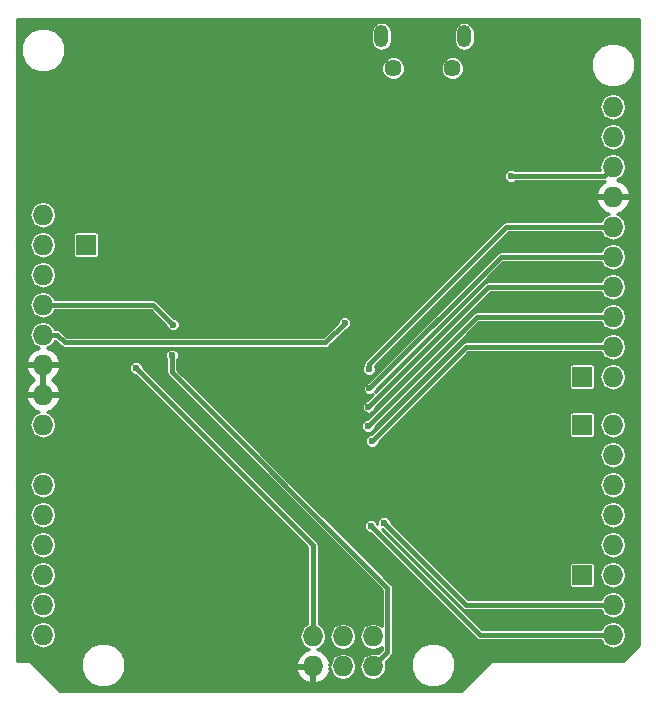
<source format=gbr>
G04 #@! TF.FileFunction,Copper,L2,Bot,Signal*
%FSLAX46Y46*%
G04 Gerber Fmt 4.6, Leading zero omitted, Abs format (unit mm)*
G04 Created by KiCad (PCBNEW 4.0.4-stable) date 07/06/18 23:02:20*
%MOMM*%
%LPD*%
G01*
G04 APERTURE LIST*
%ADD10C,0.100000*%
%ADD11C,1.450000*%
%ADD12O,1.200000X1.900000*%
%ADD13O,1.727200X1.727200*%
%ADD14R,1.700000X1.700000*%
%ADD15C,0.600000*%
%ADD16C,0.400000*%
%ADD17C,0.254000*%
G04 APERTURE END LIST*
D10*
D11*
X143020000Y-103150000D03*
X138020000Y-103150000D03*
D12*
X144020000Y-100450000D03*
X137020000Y-100450000D03*
D13*
X131220000Y-151237000D03*
X131220000Y-153777000D03*
X133760000Y-153777000D03*
X133760000Y-151237000D03*
X136300000Y-153777000D03*
X108360000Y-138410000D03*
X108360000Y-133330000D03*
X108360000Y-130790000D03*
X108360000Y-128250000D03*
X108360000Y-125710000D03*
X108360000Y-123170000D03*
X108360000Y-120630000D03*
X108360000Y-118090000D03*
X156620000Y-151110000D03*
X156620000Y-148570000D03*
X156620000Y-146030000D03*
X156620000Y-143490000D03*
X156620000Y-140950000D03*
X156620000Y-138410000D03*
X156620000Y-135870000D03*
X156620000Y-133330000D03*
X156620000Y-114026000D03*
X156620000Y-129266000D03*
X156620000Y-126726000D03*
X156620000Y-124186000D03*
X156620000Y-106406000D03*
X156620000Y-108946000D03*
X156620000Y-111486000D03*
X156620000Y-116566000D03*
X156620000Y-119106000D03*
X156620000Y-121646000D03*
X108360000Y-115550000D03*
X108360000Y-140950000D03*
X108360000Y-143490000D03*
X108360000Y-146030000D03*
X108360000Y-148570000D03*
X108360000Y-151110000D03*
X136300000Y-151237000D03*
D14*
X154000000Y-146050000D03*
X154000000Y-133330000D03*
X154000000Y-129260000D03*
X112000000Y-118090000D03*
D15*
X139728000Y-101864000D03*
X139466109Y-104786805D03*
X128745000Y-119675000D03*
X117870000Y-107350000D03*
X135920000Y-131800000D03*
X135995000Y-130250000D03*
X135945000Y-128625000D03*
X116255000Y-128525000D03*
X137245000Y-141625000D03*
X135870000Y-133425000D03*
X136120000Y-141900000D03*
X136195000Y-134700000D03*
X147970000Y-112250000D03*
X119270000Y-127450000D03*
X119370000Y-124850000D03*
X133895000Y-124725000D03*
D16*
X135920000Y-131800000D02*
X146074000Y-121646000D01*
X146074000Y-121646000D02*
X156620000Y-121646000D01*
X135995000Y-130250000D02*
X147139000Y-119106000D01*
X147139000Y-119106000D02*
X156620000Y-119106000D01*
X135945000Y-128625000D02*
X135945000Y-128200736D01*
X135945000Y-128200736D02*
X147579736Y-116566000D01*
X147579736Y-116566000D02*
X155398686Y-116566000D01*
X155398686Y-116566000D02*
X156620000Y-116566000D01*
X131220000Y-151237000D02*
X131220000Y-143490000D01*
X131220000Y-143490000D02*
X116255000Y-128525000D01*
X137245000Y-141625000D02*
X144190000Y-148570000D01*
X144190000Y-148570000D02*
X156620000Y-148570000D01*
X135870000Y-133425000D02*
X145109000Y-124186000D01*
X145109000Y-124186000D02*
X156620000Y-124186000D01*
X136120000Y-141900000D02*
X145330000Y-151110000D01*
X145330000Y-151110000D02*
X156620000Y-151110000D01*
X136195000Y-134700000D02*
X144169000Y-126726000D01*
X144169000Y-126726000D02*
X156620000Y-126726000D01*
X147970000Y-112250000D02*
X155856000Y-112250000D01*
X155856000Y-112250000D02*
X156620000Y-111486000D01*
X137513601Y-147118601D02*
X119270000Y-128875000D01*
X119270000Y-128875000D02*
X119270000Y-127450000D01*
X136300000Y-153777000D02*
X137513601Y-152563399D01*
X137513601Y-152563399D02*
X137513601Y-147118601D01*
X108360000Y-123170000D02*
X117690000Y-123170000D01*
X117690000Y-123170000D02*
X119370000Y-124850000D01*
X110221314Y-126350000D02*
X132270000Y-126350000D01*
X132270000Y-126350000D02*
X133895000Y-124725000D01*
X108360000Y-125710000D02*
X109581314Y-125710000D01*
X109581314Y-125710000D02*
X110221314Y-126350000D01*
D17*
G36*
X158808000Y-151980197D02*
X157490196Y-153298000D01*
X146460000Y-153298000D01*
X146325295Y-153324794D01*
X146211098Y-153401098D01*
X146211096Y-153401101D01*
X143774196Y-155838000D01*
X109775803Y-155838000D01*
X107959524Y-154021720D01*
X111562675Y-154021720D01*
X111847829Y-154711846D01*
X112375376Y-155240316D01*
X113065004Y-155526674D01*
X113811720Y-155527325D01*
X114501846Y-155242171D01*
X115030316Y-154714624D01*
X115270569Y-154136027D01*
X129765032Y-154136027D01*
X130013179Y-154665490D01*
X130445053Y-155059688D01*
X130860974Y-155231958D01*
X131093000Y-155110817D01*
X131093000Y-153904000D01*
X129885531Y-153904000D01*
X129765032Y-154136027D01*
X115270569Y-154136027D01*
X115316674Y-154024996D01*
X115317325Y-153278280D01*
X115032171Y-152588154D01*
X114504624Y-152059684D01*
X113814996Y-151773326D01*
X113068280Y-151772675D01*
X112378154Y-152057829D01*
X111849684Y-152585376D01*
X111563326Y-153275004D01*
X111562675Y-154021720D01*
X107959524Y-154021720D01*
X107338902Y-153401098D01*
X107224705Y-153324794D01*
X107090000Y-153297999D01*
X107089995Y-153298000D01*
X106172000Y-153298000D01*
X106172000Y-151087654D01*
X107219400Y-151087654D01*
X107219400Y-151132346D01*
X107306223Y-151568835D01*
X107553474Y-151938872D01*
X107923511Y-152186123D01*
X108360000Y-152272946D01*
X108796489Y-152186123D01*
X109166526Y-151938872D01*
X109413777Y-151568835D01*
X109500600Y-151132346D01*
X109500600Y-151087654D01*
X109413777Y-150651165D01*
X109166526Y-150281128D01*
X108796489Y-150033877D01*
X108360000Y-149947054D01*
X107923511Y-150033877D01*
X107553474Y-150281128D01*
X107306223Y-150651165D01*
X107219400Y-151087654D01*
X106172000Y-151087654D01*
X106172000Y-148547654D01*
X107219400Y-148547654D01*
X107219400Y-148592346D01*
X107306223Y-149028835D01*
X107553474Y-149398872D01*
X107923511Y-149646123D01*
X108360000Y-149732946D01*
X108796489Y-149646123D01*
X109166526Y-149398872D01*
X109413777Y-149028835D01*
X109500600Y-148592346D01*
X109500600Y-148547654D01*
X109413777Y-148111165D01*
X109166526Y-147741128D01*
X108796489Y-147493877D01*
X108360000Y-147407054D01*
X107923511Y-147493877D01*
X107553474Y-147741128D01*
X107306223Y-148111165D01*
X107219400Y-148547654D01*
X106172000Y-148547654D01*
X106172000Y-146007654D01*
X107219400Y-146007654D01*
X107219400Y-146052346D01*
X107306223Y-146488835D01*
X107553474Y-146858872D01*
X107923511Y-147106123D01*
X108360000Y-147192946D01*
X108796489Y-147106123D01*
X109166526Y-146858872D01*
X109413777Y-146488835D01*
X109500600Y-146052346D01*
X109500600Y-146007654D01*
X109413777Y-145571165D01*
X109166526Y-145201128D01*
X108796489Y-144953877D01*
X108360000Y-144867054D01*
X107923511Y-144953877D01*
X107553474Y-145201128D01*
X107306223Y-145571165D01*
X107219400Y-146007654D01*
X106172000Y-146007654D01*
X106172000Y-143467654D01*
X107219400Y-143467654D01*
X107219400Y-143512346D01*
X107306223Y-143948835D01*
X107553474Y-144318872D01*
X107923511Y-144566123D01*
X108360000Y-144652946D01*
X108796489Y-144566123D01*
X109166526Y-144318872D01*
X109413777Y-143948835D01*
X109500600Y-143512346D01*
X109500600Y-143467654D01*
X109413777Y-143031165D01*
X109166526Y-142661128D01*
X108796489Y-142413877D01*
X108360000Y-142327054D01*
X107923511Y-142413877D01*
X107553474Y-142661128D01*
X107306223Y-143031165D01*
X107219400Y-143467654D01*
X106172000Y-143467654D01*
X106172000Y-140927654D01*
X107219400Y-140927654D01*
X107219400Y-140972346D01*
X107306223Y-141408835D01*
X107553474Y-141778872D01*
X107923511Y-142026123D01*
X108360000Y-142112946D01*
X108796489Y-142026123D01*
X109166526Y-141778872D01*
X109413777Y-141408835D01*
X109500600Y-140972346D01*
X109500600Y-140927654D01*
X109413777Y-140491165D01*
X109166526Y-140121128D01*
X108796489Y-139873877D01*
X108360000Y-139787054D01*
X107923511Y-139873877D01*
X107553474Y-140121128D01*
X107306223Y-140491165D01*
X107219400Y-140927654D01*
X106172000Y-140927654D01*
X106172000Y-138387654D01*
X107219400Y-138387654D01*
X107219400Y-138432346D01*
X107306223Y-138868835D01*
X107553474Y-139238872D01*
X107923511Y-139486123D01*
X108360000Y-139572946D01*
X108796489Y-139486123D01*
X109166526Y-139238872D01*
X109413777Y-138868835D01*
X109500600Y-138432346D01*
X109500600Y-138387654D01*
X109413777Y-137951165D01*
X109166526Y-137581128D01*
X108796489Y-137333877D01*
X108360000Y-137247054D01*
X107923511Y-137333877D01*
X107553474Y-137581128D01*
X107306223Y-137951165D01*
X107219400Y-138387654D01*
X106172000Y-138387654D01*
X106172000Y-131149027D01*
X106905032Y-131149027D01*
X107153179Y-131678490D01*
X107585053Y-132072688D01*
X107990390Y-132240574D01*
X107923511Y-132253877D01*
X107553474Y-132501128D01*
X107306223Y-132871165D01*
X107219400Y-133307654D01*
X107219400Y-133352346D01*
X107306223Y-133788835D01*
X107553474Y-134158872D01*
X107923511Y-134406123D01*
X108360000Y-134492946D01*
X108796489Y-134406123D01*
X109166526Y-134158872D01*
X109413777Y-133788835D01*
X109500600Y-133352346D01*
X109500600Y-133307654D01*
X109413777Y-132871165D01*
X109166526Y-132501128D01*
X108796489Y-132253877D01*
X108729610Y-132240574D01*
X109134947Y-132072688D01*
X109566821Y-131678490D01*
X109814968Y-131149027D01*
X109694469Y-130917000D01*
X108487000Y-130917000D01*
X108487000Y-130937000D01*
X108233000Y-130937000D01*
X108233000Y-130917000D01*
X107025531Y-130917000D01*
X106905032Y-131149027D01*
X106172000Y-131149027D01*
X106172000Y-128609027D01*
X106905032Y-128609027D01*
X107153179Y-129138490D01*
X107571152Y-129520000D01*
X107153179Y-129901510D01*
X106905032Y-130430973D01*
X107025531Y-130663000D01*
X108233000Y-130663000D01*
X108233000Y-128377000D01*
X108487000Y-128377000D01*
X108487000Y-130663000D01*
X109694469Y-130663000D01*
X109814968Y-130430973D01*
X109566821Y-129901510D01*
X109148848Y-129520000D01*
X109566821Y-129138490D01*
X109800794Y-128639269D01*
X115677900Y-128639269D01*
X115765558Y-128851417D01*
X115927729Y-129013871D01*
X116139724Y-129101900D01*
X116157335Y-129101915D01*
X130743000Y-143687580D01*
X130743000Y-150187946D01*
X130413474Y-150408128D01*
X130166223Y-150778165D01*
X130079400Y-151214654D01*
X130079400Y-151259346D01*
X130166223Y-151695835D01*
X130413474Y-152065872D01*
X130783511Y-152313123D01*
X130850390Y-152326426D01*
X130445053Y-152494312D01*
X130013179Y-152888510D01*
X129765032Y-153417973D01*
X129885531Y-153650000D01*
X131093000Y-153650000D01*
X131093000Y-153630000D01*
X131347000Y-153630000D01*
X131347000Y-153650000D01*
X131367000Y-153650000D01*
X131367000Y-153904000D01*
X131347000Y-153904000D01*
X131347000Y-155110817D01*
X131579026Y-155231958D01*
X131994947Y-155059688D01*
X132426821Y-154665490D01*
X132674968Y-154136027D01*
X132554470Y-153904002D01*
X132640217Y-153904002D01*
X132706223Y-154235835D01*
X132953474Y-154605872D01*
X133323511Y-154853123D01*
X133760000Y-154939946D01*
X134196489Y-154853123D01*
X134566526Y-154605872D01*
X134813777Y-154235835D01*
X134900600Y-153799346D01*
X134900600Y-153754654D01*
X134813777Y-153318165D01*
X134566526Y-152948128D01*
X134196489Y-152700877D01*
X133760000Y-152614054D01*
X133323511Y-152700877D01*
X132953474Y-152948128D01*
X132706223Y-153318165D01*
X132640217Y-153649998D01*
X132554470Y-153649998D01*
X132674968Y-153417973D01*
X132426821Y-152888510D01*
X131994947Y-152494312D01*
X131589610Y-152326426D01*
X131656489Y-152313123D01*
X132026526Y-152065872D01*
X132273777Y-151695835D01*
X132360600Y-151259346D01*
X132360600Y-151214654D01*
X132619400Y-151214654D01*
X132619400Y-151259346D01*
X132706223Y-151695835D01*
X132953474Y-152065872D01*
X133323511Y-152313123D01*
X133760000Y-152399946D01*
X134196489Y-152313123D01*
X134566526Y-152065872D01*
X134813777Y-151695835D01*
X134900600Y-151259346D01*
X134900600Y-151214654D01*
X134813777Y-150778165D01*
X134566526Y-150408128D01*
X134196489Y-150160877D01*
X133760000Y-150074054D01*
X133323511Y-150160877D01*
X132953474Y-150408128D01*
X132706223Y-150778165D01*
X132619400Y-151214654D01*
X132360600Y-151214654D01*
X132273777Y-150778165D01*
X132026526Y-150408128D01*
X131697000Y-150187946D01*
X131697000Y-143490000D01*
X131660691Y-143307460D01*
X131557290Y-143152710D01*
X116832085Y-128427505D01*
X116832100Y-128410731D01*
X116744442Y-128198583D01*
X116582271Y-128036129D01*
X116370276Y-127948100D01*
X116140731Y-127947900D01*
X115928583Y-128035558D01*
X115766129Y-128197729D01*
X115678100Y-128409724D01*
X115677900Y-128639269D01*
X109800794Y-128639269D01*
X109814968Y-128609027D01*
X109694469Y-128377000D01*
X108487000Y-128377000D01*
X108233000Y-128377000D01*
X107025531Y-128377000D01*
X106905032Y-128609027D01*
X106172000Y-128609027D01*
X106172000Y-127890973D01*
X106905032Y-127890973D01*
X107025531Y-128123000D01*
X108233000Y-128123000D01*
X108233000Y-128103000D01*
X108487000Y-128103000D01*
X108487000Y-128123000D01*
X109694469Y-128123000D01*
X109814968Y-127890973D01*
X109661850Y-127564269D01*
X118692900Y-127564269D01*
X118780558Y-127776417D01*
X118793000Y-127788881D01*
X118793000Y-128875000D01*
X118829309Y-129057540D01*
X118932710Y-129212290D01*
X137036601Y-147316181D01*
X137036601Y-150361406D01*
X136736489Y-150160877D01*
X136300000Y-150074054D01*
X135863511Y-150160877D01*
X135493474Y-150408128D01*
X135246223Y-150778165D01*
X135159400Y-151214654D01*
X135159400Y-151259346D01*
X135246223Y-151695835D01*
X135493474Y-152065872D01*
X135863511Y-152313123D01*
X136300000Y-152399946D01*
X136736489Y-152313123D01*
X137036601Y-152112594D01*
X137036601Y-152365819D01*
X136707341Y-152695079D01*
X136300000Y-152614054D01*
X135863511Y-152700877D01*
X135493474Y-152948128D01*
X135246223Y-153318165D01*
X135159400Y-153754654D01*
X135159400Y-153799346D01*
X135246223Y-154235835D01*
X135493474Y-154605872D01*
X135863511Y-154853123D01*
X136300000Y-154939946D01*
X136736489Y-154853123D01*
X137106526Y-154605872D01*
X137353777Y-154235835D01*
X137396367Y-154021720D01*
X139502675Y-154021720D01*
X139787829Y-154711846D01*
X140315376Y-155240316D01*
X141005004Y-155526674D01*
X141751720Y-155527325D01*
X142441846Y-155242171D01*
X142970316Y-154714624D01*
X143256674Y-154024996D01*
X143257325Y-153278280D01*
X142972171Y-152588154D01*
X142444624Y-152059684D01*
X141754996Y-151773326D01*
X141008280Y-151772675D01*
X140318154Y-152057829D01*
X139789684Y-152585376D01*
X139503326Y-153275004D01*
X139502675Y-154021720D01*
X137396367Y-154021720D01*
X137440600Y-153799346D01*
X137440600Y-153754654D01*
X137366990Y-153384590D01*
X137850891Y-152900689D01*
X137954292Y-152745939D01*
X137990601Y-152563399D01*
X137990601Y-147118601D01*
X137954292Y-146936061D01*
X137850891Y-146781311D01*
X133083849Y-142014269D01*
X135542900Y-142014269D01*
X135630558Y-142226417D01*
X135792729Y-142388871D01*
X136004724Y-142476900D01*
X136022335Y-142476915D01*
X144992710Y-151447290D01*
X145147460Y-151550691D01*
X145330000Y-151587000D01*
X155578360Y-151587000D01*
X155813474Y-151938872D01*
X156183511Y-152186123D01*
X156620000Y-152272946D01*
X157056489Y-152186123D01*
X157426526Y-151938872D01*
X157673777Y-151568835D01*
X157760600Y-151132346D01*
X157760600Y-151087654D01*
X157673777Y-150651165D01*
X157426526Y-150281128D01*
X157056489Y-150033877D01*
X156620000Y-149947054D01*
X156183511Y-150033877D01*
X155813474Y-150281128D01*
X155578360Y-150633000D01*
X145527580Y-150633000D01*
X137072873Y-142178293D01*
X137129724Y-142201900D01*
X137147335Y-142201915D01*
X143852710Y-148907290D01*
X144007460Y-149010691D01*
X144190000Y-149047000D01*
X155578360Y-149047000D01*
X155813474Y-149398872D01*
X156183511Y-149646123D01*
X156620000Y-149732946D01*
X157056489Y-149646123D01*
X157426526Y-149398872D01*
X157673777Y-149028835D01*
X157760600Y-148592346D01*
X157760600Y-148547654D01*
X157673777Y-148111165D01*
X157426526Y-147741128D01*
X157056489Y-147493877D01*
X156620000Y-147407054D01*
X156183511Y-147493877D01*
X155813474Y-147741128D01*
X155578360Y-148093000D01*
X144387580Y-148093000D01*
X141494580Y-145200000D01*
X152867574Y-145200000D01*
X152867574Y-146900000D01*
X152886889Y-147002650D01*
X152947555Y-147096927D01*
X153040120Y-147160175D01*
X153150000Y-147182426D01*
X154850000Y-147182426D01*
X154952650Y-147163111D01*
X155046927Y-147102445D01*
X155110175Y-147009880D01*
X155132426Y-146900000D01*
X155132426Y-146007654D01*
X155479400Y-146007654D01*
X155479400Y-146052346D01*
X155566223Y-146488835D01*
X155813474Y-146858872D01*
X156183511Y-147106123D01*
X156620000Y-147192946D01*
X157056489Y-147106123D01*
X157426526Y-146858872D01*
X157673777Y-146488835D01*
X157760600Y-146052346D01*
X157760600Y-146007654D01*
X157673777Y-145571165D01*
X157426526Y-145201128D01*
X157056489Y-144953877D01*
X156620000Y-144867054D01*
X156183511Y-144953877D01*
X155813474Y-145201128D01*
X155566223Y-145571165D01*
X155479400Y-146007654D01*
X155132426Y-146007654D01*
X155132426Y-145200000D01*
X155113111Y-145097350D01*
X155052445Y-145003073D01*
X154959880Y-144939825D01*
X154850000Y-144917574D01*
X153150000Y-144917574D01*
X153047350Y-144936889D01*
X152953073Y-144997555D01*
X152889825Y-145090120D01*
X152867574Y-145200000D01*
X141494580Y-145200000D01*
X139762234Y-143467654D01*
X155479400Y-143467654D01*
X155479400Y-143512346D01*
X155566223Y-143948835D01*
X155813474Y-144318872D01*
X156183511Y-144566123D01*
X156620000Y-144652946D01*
X157056489Y-144566123D01*
X157426526Y-144318872D01*
X157673777Y-143948835D01*
X157760600Y-143512346D01*
X157760600Y-143467654D01*
X157673777Y-143031165D01*
X157426526Y-142661128D01*
X157056489Y-142413877D01*
X156620000Y-142327054D01*
X156183511Y-142413877D01*
X155813474Y-142661128D01*
X155566223Y-143031165D01*
X155479400Y-143467654D01*
X139762234Y-143467654D01*
X137822085Y-141527505D01*
X137822100Y-141510731D01*
X137734442Y-141298583D01*
X137572271Y-141136129D01*
X137360276Y-141048100D01*
X137130731Y-141047900D01*
X136918583Y-141135558D01*
X136756129Y-141297729D01*
X136668100Y-141509724D01*
X136667921Y-141715113D01*
X136609442Y-141573583D01*
X136447271Y-141411129D01*
X136235276Y-141323100D01*
X136005731Y-141322900D01*
X135793583Y-141410558D01*
X135631129Y-141572729D01*
X135543100Y-141784724D01*
X135542900Y-142014269D01*
X133083849Y-142014269D01*
X131997234Y-140927654D01*
X155479400Y-140927654D01*
X155479400Y-140972346D01*
X155566223Y-141408835D01*
X155813474Y-141778872D01*
X156183511Y-142026123D01*
X156620000Y-142112946D01*
X157056489Y-142026123D01*
X157426526Y-141778872D01*
X157673777Y-141408835D01*
X157760600Y-140972346D01*
X157760600Y-140927654D01*
X157673777Y-140491165D01*
X157426526Y-140121128D01*
X157056489Y-139873877D01*
X156620000Y-139787054D01*
X156183511Y-139873877D01*
X155813474Y-140121128D01*
X155566223Y-140491165D01*
X155479400Y-140927654D01*
X131997234Y-140927654D01*
X129457234Y-138387654D01*
X155479400Y-138387654D01*
X155479400Y-138432346D01*
X155566223Y-138868835D01*
X155813474Y-139238872D01*
X156183511Y-139486123D01*
X156620000Y-139572946D01*
X157056489Y-139486123D01*
X157426526Y-139238872D01*
X157673777Y-138868835D01*
X157760600Y-138432346D01*
X157760600Y-138387654D01*
X157673777Y-137951165D01*
X157426526Y-137581128D01*
X157056489Y-137333877D01*
X156620000Y-137247054D01*
X156183511Y-137333877D01*
X155813474Y-137581128D01*
X155566223Y-137951165D01*
X155479400Y-138387654D01*
X129457234Y-138387654D01*
X126917234Y-135847654D01*
X155479400Y-135847654D01*
X155479400Y-135892346D01*
X155566223Y-136328835D01*
X155813474Y-136698872D01*
X156183511Y-136946123D01*
X156620000Y-137032946D01*
X157056489Y-136946123D01*
X157426526Y-136698872D01*
X157673777Y-136328835D01*
X157760600Y-135892346D01*
X157760600Y-135847654D01*
X157673777Y-135411165D01*
X157426526Y-135041128D01*
X157056489Y-134793877D01*
X156620000Y-134707054D01*
X156183511Y-134793877D01*
X155813474Y-135041128D01*
X155566223Y-135411165D01*
X155479400Y-135847654D01*
X126917234Y-135847654D01*
X125883849Y-134814269D01*
X135617900Y-134814269D01*
X135705558Y-135026417D01*
X135867729Y-135188871D01*
X136079724Y-135276900D01*
X136309269Y-135277100D01*
X136521417Y-135189442D01*
X136683871Y-135027271D01*
X136771900Y-134815276D01*
X136771915Y-134797665D01*
X139089580Y-132480000D01*
X152867574Y-132480000D01*
X152867574Y-134180000D01*
X152886889Y-134282650D01*
X152947555Y-134376927D01*
X153040120Y-134440175D01*
X153150000Y-134462426D01*
X154850000Y-134462426D01*
X154952650Y-134443111D01*
X155046927Y-134382445D01*
X155110175Y-134289880D01*
X155132426Y-134180000D01*
X155132426Y-133307654D01*
X155479400Y-133307654D01*
X155479400Y-133352346D01*
X155566223Y-133788835D01*
X155813474Y-134158872D01*
X156183511Y-134406123D01*
X156620000Y-134492946D01*
X157056489Y-134406123D01*
X157426526Y-134158872D01*
X157673777Y-133788835D01*
X157760600Y-133352346D01*
X157760600Y-133307654D01*
X157673777Y-132871165D01*
X157426526Y-132501128D01*
X157056489Y-132253877D01*
X156620000Y-132167054D01*
X156183511Y-132253877D01*
X155813474Y-132501128D01*
X155566223Y-132871165D01*
X155479400Y-133307654D01*
X155132426Y-133307654D01*
X155132426Y-132480000D01*
X155113111Y-132377350D01*
X155052445Y-132283073D01*
X154959880Y-132219825D01*
X154850000Y-132197574D01*
X153150000Y-132197574D01*
X153047350Y-132216889D01*
X152953073Y-132277555D01*
X152889825Y-132370120D01*
X152867574Y-132480000D01*
X139089580Y-132480000D01*
X143159580Y-128410000D01*
X152867574Y-128410000D01*
X152867574Y-130110000D01*
X152886889Y-130212650D01*
X152947555Y-130306927D01*
X153040120Y-130370175D01*
X153150000Y-130392426D01*
X154850000Y-130392426D01*
X154952650Y-130373111D01*
X155046927Y-130312445D01*
X155110175Y-130219880D01*
X155132426Y-130110000D01*
X155132426Y-129243654D01*
X155479400Y-129243654D01*
X155479400Y-129288346D01*
X155566223Y-129724835D01*
X155813474Y-130094872D01*
X156183511Y-130342123D01*
X156620000Y-130428946D01*
X157056489Y-130342123D01*
X157426526Y-130094872D01*
X157673777Y-129724835D01*
X157760600Y-129288346D01*
X157760600Y-129243654D01*
X157673777Y-128807165D01*
X157426526Y-128437128D01*
X157056489Y-128189877D01*
X156620000Y-128103054D01*
X156183511Y-128189877D01*
X155813474Y-128437128D01*
X155566223Y-128807165D01*
X155479400Y-129243654D01*
X155132426Y-129243654D01*
X155132426Y-128410000D01*
X155113111Y-128307350D01*
X155052445Y-128213073D01*
X154959880Y-128149825D01*
X154850000Y-128127574D01*
X153150000Y-128127574D01*
X153047350Y-128146889D01*
X152953073Y-128207555D01*
X152889825Y-128300120D01*
X152867574Y-128410000D01*
X143159580Y-128410000D01*
X144366580Y-127203000D01*
X155578360Y-127203000D01*
X155813474Y-127554872D01*
X156183511Y-127802123D01*
X156620000Y-127888946D01*
X157056489Y-127802123D01*
X157426526Y-127554872D01*
X157673777Y-127184835D01*
X157760600Y-126748346D01*
X157760600Y-126703654D01*
X157673777Y-126267165D01*
X157426526Y-125897128D01*
X157056489Y-125649877D01*
X156620000Y-125563054D01*
X156183511Y-125649877D01*
X155813474Y-125897128D01*
X155578360Y-126249000D01*
X144169000Y-126249000D01*
X143986460Y-126285309D01*
X143831710Y-126388710D01*
X136097505Y-134122915D01*
X136080731Y-134122900D01*
X135868583Y-134210558D01*
X135706129Y-134372729D01*
X135618100Y-134584724D01*
X135617900Y-134814269D01*
X125883849Y-134814269D01*
X124608849Y-133539269D01*
X135292900Y-133539269D01*
X135380558Y-133751417D01*
X135542729Y-133913871D01*
X135754724Y-134001900D01*
X135984269Y-134002100D01*
X136196417Y-133914442D01*
X136358871Y-133752271D01*
X136446900Y-133540276D01*
X136446915Y-133522665D01*
X145306580Y-124663000D01*
X155578360Y-124663000D01*
X155813474Y-125014872D01*
X156183511Y-125262123D01*
X156620000Y-125348946D01*
X157056489Y-125262123D01*
X157426526Y-125014872D01*
X157673777Y-124644835D01*
X157760600Y-124208346D01*
X157760600Y-124163654D01*
X157673777Y-123727165D01*
X157426526Y-123357128D01*
X157056489Y-123109877D01*
X156620000Y-123023054D01*
X156183511Y-123109877D01*
X155813474Y-123357128D01*
X155578360Y-123709000D01*
X145109000Y-123709000D01*
X144926460Y-123745309D01*
X144771710Y-123848710D01*
X135772505Y-132847915D01*
X135755731Y-132847900D01*
X135543583Y-132935558D01*
X135381129Y-133097729D01*
X135293100Y-133309724D01*
X135292900Y-133539269D01*
X124608849Y-133539269D01*
X122983849Y-131914269D01*
X135342900Y-131914269D01*
X135430558Y-132126417D01*
X135592729Y-132288871D01*
X135804724Y-132376900D01*
X136034269Y-132377100D01*
X136246417Y-132289442D01*
X136408871Y-132127271D01*
X136496900Y-131915276D01*
X136496915Y-131897665D01*
X146271580Y-122123000D01*
X155578360Y-122123000D01*
X155813474Y-122474872D01*
X156183511Y-122722123D01*
X156620000Y-122808946D01*
X157056489Y-122722123D01*
X157426526Y-122474872D01*
X157673777Y-122104835D01*
X157760600Y-121668346D01*
X157760600Y-121623654D01*
X157673777Y-121187165D01*
X157426526Y-120817128D01*
X157056489Y-120569877D01*
X156620000Y-120483054D01*
X156183511Y-120569877D01*
X155813474Y-120817128D01*
X155578360Y-121169000D01*
X146074000Y-121169000D01*
X145891460Y-121205309D01*
X145736710Y-121308710D01*
X136495035Y-130550385D01*
X136571900Y-130365276D01*
X136571915Y-130347665D01*
X147336580Y-119583000D01*
X155578360Y-119583000D01*
X155813474Y-119934872D01*
X156183511Y-120182123D01*
X156620000Y-120268946D01*
X157056489Y-120182123D01*
X157426526Y-119934872D01*
X157673777Y-119564835D01*
X157760600Y-119128346D01*
X157760600Y-119083654D01*
X157673777Y-118647165D01*
X157426526Y-118277128D01*
X157056489Y-118029877D01*
X156620000Y-117943054D01*
X156183511Y-118029877D01*
X155813474Y-118277128D01*
X155578360Y-118629000D01*
X147139000Y-118629000D01*
X146956460Y-118665309D01*
X146801710Y-118768710D01*
X135897505Y-129672915D01*
X135880731Y-129672900D01*
X135668583Y-129760558D01*
X135506129Y-129922729D01*
X135418100Y-130134724D01*
X135417900Y-130364269D01*
X135505558Y-130576417D01*
X135667729Y-130738871D01*
X135879724Y-130826900D01*
X136109269Y-130827100D01*
X136295107Y-130750313D01*
X135822505Y-131222915D01*
X135805731Y-131222900D01*
X135593583Y-131310558D01*
X135431129Y-131472729D01*
X135343100Y-131684724D01*
X135342900Y-131914269D01*
X122983849Y-131914269D01*
X119808849Y-128739269D01*
X135367900Y-128739269D01*
X135455558Y-128951417D01*
X135617729Y-129113871D01*
X135829724Y-129201900D01*
X136059269Y-129202100D01*
X136271417Y-129114442D01*
X136433871Y-128952271D01*
X136521900Y-128740276D01*
X136522100Y-128510731D01*
X136459964Y-128360352D01*
X147777316Y-117043000D01*
X155578360Y-117043000D01*
X155813474Y-117394872D01*
X156183511Y-117642123D01*
X156620000Y-117728946D01*
X157056489Y-117642123D01*
X157426526Y-117394872D01*
X157673777Y-117024835D01*
X157760600Y-116588346D01*
X157760600Y-116543654D01*
X157673777Y-116107165D01*
X157426526Y-115737128D01*
X157056489Y-115489877D01*
X156989610Y-115476574D01*
X157394947Y-115308688D01*
X157826821Y-114914490D01*
X158074968Y-114385027D01*
X157954469Y-114153000D01*
X156747000Y-114153000D01*
X156747000Y-114173000D01*
X156493000Y-114173000D01*
X156493000Y-114153000D01*
X155285531Y-114153000D01*
X155165032Y-114385027D01*
X155413179Y-114914490D01*
X155845053Y-115308688D01*
X156250390Y-115476574D01*
X156183511Y-115489877D01*
X155813474Y-115737128D01*
X155578360Y-116089000D01*
X147579736Y-116089000D01*
X147397195Y-116125309D01*
X147242446Y-116228710D01*
X135607710Y-127863446D01*
X135504309Y-128018196D01*
X135468000Y-128200736D01*
X135468000Y-128285879D01*
X135456129Y-128297729D01*
X135368100Y-128509724D01*
X135367900Y-128739269D01*
X119808849Y-128739269D01*
X119747000Y-128677420D01*
X119747000Y-127789121D01*
X119758871Y-127777271D01*
X119846900Y-127565276D01*
X119847100Y-127335731D01*
X119759442Y-127123583D01*
X119597271Y-126961129D01*
X119385276Y-126873100D01*
X119155731Y-126872900D01*
X118943583Y-126960558D01*
X118781129Y-127122729D01*
X118693100Y-127334724D01*
X118692900Y-127564269D01*
X109661850Y-127564269D01*
X109566821Y-127361510D01*
X109134947Y-126967312D01*
X108729610Y-126799426D01*
X108796489Y-126786123D01*
X109166526Y-126538872D01*
X109394468Y-126197734D01*
X109884024Y-126687290D01*
X110038774Y-126790691D01*
X110221314Y-126827000D01*
X132270000Y-126827000D01*
X132452540Y-126790691D01*
X132607290Y-126687290D01*
X133992495Y-125302085D01*
X134009269Y-125302100D01*
X134221417Y-125214442D01*
X134383871Y-125052271D01*
X134471900Y-124840276D01*
X134472100Y-124610731D01*
X134384442Y-124398583D01*
X134222271Y-124236129D01*
X134010276Y-124148100D01*
X133780731Y-124147900D01*
X133568583Y-124235558D01*
X133406129Y-124397729D01*
X133318100Y-124609724D01*
X133318085Y-124627335D01*
X132072420Y-125873000D01*
X110418894Y-125873000D01*
X109918604Y-125372710D01*
X109763854Y-125269309D01*
X109581314Y-125233000D01*
X109401640Y-125233000D01*
X109166526Y-124881128D01*
X108796489Y-124633877D01*
X108360000Y-124547054D01*
X107923511Y-124633877D01*
X107553474Y-124881128D01*
X107306223Y-125251165D01*
X107219400Y-125687654D01*
X107219400Y-125732346D01*
X107306223Y-126168835D01*
X107553474Y-126538872D01*
X107923511Y-126786123D01*
X107990390Y-126799426D01*
X107585053Y-126967312D01*
X107153179Y-127361510D01*
X106905032Y-127890973D01*
X106172000Y-127890973D01*
X106172000Y-123147654D01*
X107219400Y-123147654D01*
X107219400Y-123192346D01*
X107306223Y-123628835D01*
X107553474Y-123998872D01*
X107923511Y-124246123D01*
X108360000Y-124332946D01*
X108796489Y-124246123D01*
X109166526Y-123998872D01*
X109401640Y-123647000D01*
X117492420Y-123647000D01*
X118792915Y-124947495D01*
X118792900Y-124964269D01*
X118880558Y-125176417D01*
X119042729Y-125338871D01*
X119254724Y-125426900D01*
X119484269Y-125427100D01*
X119696417Y-125339442D01*
X119858871Y-125177271D01*
X119946900Y-124965276D01*
X119947100Y-124735731D01*
X119859442Y-124523583D01*
X119697271Y-124361129D01*
X119485276Y-124273100D01*
X119467665Y-124273085D01*
X118027290Y-122832710D01*
X117872540Y-122729309D01*
X117690000Y-122693000D01*
X109401640Y-122693000D01*
X109166526Y-122341128D01*
X108796489Y-122093877D01*
X108360000Y-122007054D01*
X107923511Y-122093877D01*
X107553474Y-122341128D01*
X107306223Y-122711165D01*
X107219400Y-123147654D01*
X106172000Y-123147654D01*
X106172000Y-120607654D01*
X107219400Y-120607654D01*
X107219400Y-120652346D01*
X107306223Y-121088835D01*
X107553474Y-121458872D01*
X107923511Y-121706123D01*
X108360000Y-121792946D01*
X108796489Y-121706123D01*
X109166526Y-121458872D01*
X109413777Y-121088835D01*
X109500600Y-120652346D01*
X109500600Y-120607654D01*
X109413777Y-120171165D01*
X109166526Y-119801128D01*
X108796489Y-119553877D01*
X108360000Y-119467054D01*
X107923511Y-119553877D01*
X107553474Y-119801128D01*
X107306223Y-120171165D01*
X107219400Y-120607654D01*
X106172000Y-120607654D01*
X106172000Y-118067654D01*
X107219400Y-118067654D01*
X107219400Y-118112346D01*
X107306223Y-118548835D01*
X107553474Y-118918872D01*
X107923511Y-119166123D01*
X108360000Y-119252946D01*
X108796489Y-119166123D01*
X109166526Y-118918872D01*
X109413777Y-118548835D01*
X109500600Y-118112346D01*
X109500600Y-118067654D01*
X109413777Y-117631165D01*
X109166526Y-117261128D01*
X109134906Y-117240000D01*
X110867574Y-117240000D01*
X110867574Y-118940000D01*
X110886889Y-119042650D01*
X110947555Y-119136927D01*
X111040120Y-119200175D01*
X111150000Y-119222426D01*
X112850000Y-119222426D01*
X112952650Y-119203111D01*
X113046927Y-119142445D01*
X113110175Y-119049880D01*
X113132426Y-118940000D01*
X113132426Y-117240000D01*
X113113111Y-117137350D01*
X113052445Y-117043073D01*
X112959880Y-116979825D01*
X112850000Y-116957574D01*
X111150000Y-116957574D01*
X111047350Y-116976889D01*
X110953073Y-117037555D01*
X110889825Y-117130120D01*
X110867574Y-117240000D01*
X109134906Y-117240000D01*
X108796489Y-117013877D01*
X108360000Y-116927054D01*
X107923511Y-117013877D01*
X107553474Y-117261128D01*
X107306223Y-117631165D01*
X107219400Y-118067654D01*
X106172000Y-118067654D01*
X106172000Y-115527654D01*
X107219400Y-115527654D01*
X107219400Y-115572346D01*
X107306223Y-116008835D01*
X107553474Y-116378872D01*
X107923511Y-116626123D01*
X108360000Y-116712946D01*
X108796489Y-116626123D01*
X109166526Y-116378872D01*
X109413777Y-116008835D01*
X109500600Y-115572346D01*
X109500600Y-115527654D01*
X109413777Y-115091165D01*
X109166526Y-114721128D01*
X108796489Y-114473877D01*
X108360000Y-114387054D01*
X107923511Y-114473877D01*
X107553474Y-114721128D01*
X107306223Y-115091165D01*
X107219400Y-115527654D01*
X106172000Y-115527654D01*
X106172000Y-112364269D01*
X147392900Y-112364269D01*
X147480558Y-112576417D01*
X147642729Y-112738871D01*
X147854724Y-112826900D01*
X148084269Y-112827100D01*
X148296417Y-112739442D01*
X148308881Y-112727000D01*
X155856000Y-112727000D01*
X155910710Y-112716118D01*
X155845053Y-112743312D01*
X155413179Y-113137510D01*
X155165032Y-113666973D01*
X155285531Y-113899000D01*
X156493000Y-113899000D01*
X156493000Y-113879000D01*
X156747000Y-113879000D01*
X156747000Y-113899000D01*
X157954469Y-113899000D01*
X158074968Y-113666973D01*
X157826821Y-113137510D01*
X157394947Y-112743312D01*
X156989610Y-112575426D01*
X157056489Y-112562123D01*
X157426526Y-112314872D01*
X157673777Y-111944835D01*
X157760600Y-111508346D01*
X157760600Y-111463654D01*
X157673777Y-111027165D01*
X157426526Y-110657128D01*
X157056489Y-110409877D01*
X156620000Y-110323054D01*
X156183511Y-110409877D01*
X155813474Y-110657128D01*
X155566223Y-111027165D01*
X155479400Y-111463654D01*
X155479400Y-111508346D01*
X155532043Y-111773000D01*
X148309121Y-111773000D01*
X148297271Y-111761129D01*
X148085276Y-111673100D01*
X147855731Y-111672900D01*
X147643583Y-111760558D01*
X147481129Y-111922729D01*
X147393100Y-112134724D01*
X147392900Y-112364269D01*
X106172000Y-112364269D01*
X106172000Y-108923654D01*
X155479400Y-108923654D01*
X155479400Y-108968346D01*
X155566223Y-109404835D01*
X155813474Y-109774872D01*
X156183511Y-110022123D01*
X156620000Y-110108946D01*
X157056489Y-110022123D01*
X157426526Y-109774872D01*
X157673777Y-109404835D01*
X157760600Y-108968346D01*
X157760600Y-108923654D01*
X157673777Y-108487165D01*
X157426526Y-108117128D01*
X157056489Y-107869877D01*
X156620000Y-107783054D01*
X156183511Y-107869877D01*
X155813474Y-108117128D01*
X155566223Y-108487165D01*
X155479400Y-108923654D01*
X106172000Y-108923654D01*
X106172000Y-106383654D01*
X155479400Y-106383654D01*
X155479400Y-106428346D01*
X155566223Y-106864835D01*
X155813474Y-107234872D01*
X156183511Y-107482123D01*
X156620000Y-107568946D01*
X157056489Y-107482123D01*
X157426526Y-107234872D01*
X157673777Y-106864835D01*
X157760600Y-106428346D01*
X157760600Y-106383654D01*
X157673777Y-105947165D01*
X157426526Y-105577128D01*
X157056489Y-105329877D01*
X156620000Y-105243054D01*
X156183511Y-105329877D01*
X155813474Y-105577128D01*
X155566223Y-105947165D01*
X155479400Y-106383654D01*
X106172000Y-106383654D01*
X106172000Y-101951720D01*
X106482675Y-101951720D01*
X106767829Y-102641846D01*
X107295376Y-103170316D01*
X107985004Y-103456674D01*
X108731720Y-103457325D01*
X108995251Y-103348436D01*
X137017827Y-103348436D01*
X137170051Y-103716846D01*
X137451672Y-103998959D01*
X137819816Y-104151825D01*
X138218436Y-104152173D01*
X138586846Y-103999949D01*
X138868959Y-103718328D01*
X139021825Y-103350184D01*
X139021826Y-103348436D01*
X142017827Y-103348436D01*
X142170051Y-103716846D01*
X142451672Y-103998959D01*
X142819816Y-104151825D01*
X143218436Y-104152173D01*
X143586846Y-103999949D01*
X143868959Y-103718328D01*
X144021825Y-103350184D01*
X144021937Y-103221720D01*
X154742675Y-103221720D01*
X155027829Y-103911846D01*
X155555376Y-104440316D01*
X156245004Y-104726674D01*
X156991720Y-104727325D01*
X157681846Y-104442171D01*
X158210316Y-103914624D01*
X158496674Y-103224996D01*
X158497325Y-102478280D01*
X158212171Y-101788154D01*
X157684624Y-101259684D01*
X156994996Y-100973326D01*
X156248280Y-100972675D01*
X155558154Y-101257829D01*
X155029684Y-101785376D01*
X154743326Y-102475004D01*
X154742675Y-103221720D01*
X144021937Y-103221720D01*
X144022173Y-102951564D01*
X143869949Y-102583154D01*
X143588328Y-102301041D01*
X143220184Y-102148175D01*
X142821564Y-102147827D01*
X142453154Y-102300051D01*
X142171041Y-102581672D01*
X142018175Y-102949816D01*
X142017827Y-103348436D01*
X139021826Y-103348436D01*
X139022173Y-102951564D01*
X138869949Y-102583154D01*
X138588328Y-102301041D01*
X138220184Y-102148175D01*
X137821564Y-102147827D01*
X137453154Y-102300051D01*
X137171041Y-102581672D01*
X137018175Y-102949816D01*
X137017827Y-103348436D01*
X108995251Y-103348436D01*
X109421846Y-103172171D01*
X109950316Y-102644624D01*
X110236674Y-101954996D01*
X110237325Y-101208280D01*
X109952171Y-100518154D01*
X109510752Y-100075962D01*
X136143000Y-100075962D01*
X136143000Y-100824038D01*
X136209758Y-101159651D01*
X136399867Y-101444171D01*
X136684387Y-101634280D01*
X137020000Y-101701038D01*
X137355613Y-101634280D01*
X137640133Y-101444171D01*
X137830242Y-101159651D01*
X137897000Y-100824038D01*
X137897000Y-100075962D01*
X143143000Y-100075962D01*
X143143000Y-100824038D01*
X143209758Y-101159651D01*
X143399867Y-101444171D01*
X143684387Y-101634280D01*
X144020000Y-101701038D01*
X144355613Y-101634280D01*
X144640133Y-101444171D01*
X144830242Y-101159651D01*
X144897000Y-100824038D01*
X144897000Y-100075962D01*
X144830242Y-99740349D01*
X144640133Y-99455829D01*
X144355613Y-99265720D01*
X144020000Y-99198962D01*
X143684387Y-99265720D01*
X143399867Y-99455829D01*
X143209758Y-99740349D01*
X143143000Y-100075962D01*
X137897000Y-100075962D01*
X137830242Y-99740349D01*
X137640133Y-99455829D01*
X137355613Y-99265720D01*
X137020000Y-99198962D01*
X136684387Y-99265720D01*
X136399867Y-99455829D01*
X136209758Y-99740349D01*
X136143000Y-100075962D01*
X109510752Y-100075962D01*
X109424624Y-99989684D01*
X108734996Y-99703326D01*
X107988280Y-99702675D01*
X107298154Y-99987829D01*
X106769684Y-100515376D01*
X106483326Y-101205004D01*
X106482675Y-101951720D01*
X106172000Y-101951720D01*
X106172000Y-98934800D01*
X158808000Y-98934800D01*
X158808000Y-151980197D01*
X158808000Y-151980197D01*
G37*
X158808000Y-151980197D02*
X157490196Y-153298000D01*
X146460000Y-153298000D01*
X146325295Y-153324794D01*
X146211098Y-153401098D01*
X146211096Y-153401101D01*
X143774196Y-155838000D01*
X109775803Y-155838000D01*
X107959524Y-154021720D01*
X111562675Y-154021720D01*
X111847829Y-154711846D01*
X112375376Y-155240316D01*
X113065004Y-155526674D01*
X113811720Y-155527325D01*
X114501846Y-155242171D01*
X115030316Y-154714624D01*
X115270569Y-154136027D01*
X129765032Y-154136027D01*
X130013179Y-154665490D01*
X130445053Y-155059688D01*
X130860974Y-155231958D01*
X131093000Y-155110817D01*
X131093000Y-153904000D01*
X129885531Y-153904000D01*
X129765032Y-154136027D01*
X115270569Y-154136027D01*
X115316674Y-154024996D01*
X115317325Y-153278280D01*
X115032171Y-152588154D01*
X114504624Y-152059684D01*
X113814996Y-151773326D01*
X113068280Y-151772675D01*
X112378154Y-152057829D01*
X111849684Y-152585376D01*
X111563326Y-153275004D01*
X111562675Y-154021720D01*
X107959524Y-154021720D01*
X107338902Y-153401098D01*
X107224705Y-153324794D01*
X107090000Y-153297999D01*
X107089995Y-153298000D01*
X106172000Y-153298000D01*
X106172000Y-151087654D01*
X107219400Y-151087654D01*
X107219400Y-151132346D01*
X107306223Y-151568835D01*
X107553474Y-151938872D01*
X107923511Y-152186123D01*
X108360000Y-152272946D01*
X108796489Y-152186123D01*
X109166526Y-151938872D01*
X109413777Y-151568835D01*
X109500600Y-151132346D01*
X109500600Y-151087654D01*
X109413777Y-150651165D01*
X109166526Y-150281128D01*
X108796489Y-150033877D01*
X108360000Y-149947054D01*
X107923511Y-150033877D01*
X107553474Y-150281128D01*
X107306223Y-150651165D01*
X107219400Y-151087654D01*
X106172000Y-151087654D01*
X106172000Y-148547654D01*
X107219400Y-148547654D01*
X107219400Y-148592346D01*
X107306223Y-149028835D01*
X107553474Y-149398872D01*
X107923511Y-149646123D01*
X108360000Y-149732946D01*
X108796489Y-149646123D01*
X109166526Y-149398872D01*
X109413777Y-149028835D01*
X109500600Y-148592346D01*
X109500600Y-148547654D01*
X109413777Y-148111165D01*
X109166526Y-147741128D01*
X108796489Y-147493877D01*
X108360000Y-147407054D01*
X107923511Y-147493877D01*
X107553474Y-147741128D01*
X107306223Y-148111165D01*
X107219400Y-148547654D01*
X106172000Y-148547654D01*
X106172000Y-146007654D01*
X107219400Y-146007654D01*
X107219400Y-146052346D01*
X107306223Y-146488835D01*
X107553474Y-146858872D01*
X107923511Y-147106123D01*
X108360000Y-147192946D01*
X108796489Y-147106123D01*
X109166526Y-146858872D01*
X109413777Y-146488835D01*
X109500600Y-146052346D01*
X109500600Y-146007654D01*
X109413777Y-145571165D01*
X109166526Y-145201128D01*
X108796489Y-144953877D01*
X108360000Y-144867054D01*
X107923511Y-144953877D01*
X107553474Y-145201128D01*
X107306223Y-145571165D01*
X107219400Y-146007654D01*
X106172000Y-146007654D01*
X106172000Y-143467654D01*
X107219400Y-143467654D01*
X107219400Y-143512346D01*
X107306223Y-143948835D01*
X107553474Y-144318872D01*
X107923511Y-144566123D01*
X108360000Y-144652946D01*
X108796489Y-144566123D01*
X109166526Y-144318872D01*
X109413777Y-143948835D01*
X109500600Y-143512346D01*
X109500600Y-143467654D01*
X109413777Y-143031165D01*
X109166526Y-142661128D01*
X108796489Y-142413877D01*
X108360000Y-142327054D01*
X107923511Y-142413877D01*
X107553474Y-142661128D01*
X107306223Y-143031165D01*
X107219400Y-143467654D01*
X106172000Y-143467654D01*
X106172000Y-140927654D01*
X107219400Y-140927654D01*
X107219400Y-140972346D01*
X107306223Y-141408835D01*
X107553474Y-141778872D01*
X107923511Y-142026123D01*
X108360000Y-142112946D01*
X108796489Y-142026123D01*
X109166526Y-141778872D01*
X109413777Y-141408835D01*
X109500600Y-140972346D01*
X109500600Y-140927654D01*
X109413777Y-140491165D01*
X109166526Y-140121128D01*
X108796489Y-139873877D01*
X108360000Y-139787054D01*
X107923511Y-139873877D01*
X107553474Y-140121128D01*
X107306223Y-140491165D01*
X107219400Y-140927654D01*
X106172000Y-140927654D01*
X106172000Y-138387654D01*
X107219400Y-138387654D01*
X107219400Y-138432346D01*
X107306223Y-138868835D01*
X107553474Y-139238872D01*
X107923511Y-139486123D01*
X108360000Y-139572946D01*
X108796489Y-139486123D01*
X109166526Y-139238872D01*
X109413777Y-138868835D01*
X109500600Y-138432346D01*
X109500600Y-138387654D01*
X109413777Y-137951165D01*
X109166526Y-137581128D01*
X108796489Y-137333877D01*
X108360000Y-137247054D01*
X107923511Y-137333877D01*
X107553474Y-137581128D01*
X107306223Y-137951165D01*
X107219400Y-138387654D01*
X106172000Y-138387654D01*
X106172000Y-131149027D01*
X106905032Y-131149027D01*
X107153179Y-131678490D01*
X107585053Y-132072688D01*
X107990390Y-132240574D01*
X107923511Y-132253877D01*
X107553474Y-132501128D01*
X107306223Y-132871165D01*
X107219400Y-133307654D01*
X107219400Y-133352346D01*
X107306223Y-133788835D01*
X107553474Y-134158872D01*
X107923511Y-134406123D01*
X108360000Y-134492946D01*
X108796489Y-134406123D01*
X109166526Y-134158872D01*
X109413777Y-133788835D01*
X109500600Y-133352346D01*
X109500600Y-133307654D01*
X109413777Y-132871165D01*
X109166526Y-132501128D01*
X108796489Y-132253877D01*
X108729610Y-132240574D01*
X109134947Y-132072688D01*
X109566821Y-131678490D01*
X109814968Y-131149027D01*
X109694469Y-130917000D01*
X108487000Y-130917000D01*
X108487000Y-130937000D01*
X108233000Y-130937000D01*
X108233000Y-130917000D01*
X107025531Y-130917000D01*
X106905032Y-131149027D01*
X106172000Y-131149027D01*
X106172000Y-128609027D01*
X106905032Y-128609027D01*
X107153179Y-129138490D01*
X107571152Y-129520000D01*
X107153179Y-129901510D01*
X106905032Y-130430973D01*
X107025531Y-130663000D01*
X108233000Y-130663000D01*
X108233000Y-128377000D01*
X108487000Y-128377000D01*
X108487000Y-130663000D01*
X109694469Y-130663000D01*
X109814968Y-130430973D01*
X109566821Y-129901510D01*
X109148848Y-129520000D01*
X109566821Y-129138490D01*
X109800794Y-128639269D01*
X115677900Y-128639269D01*
X115765558Y-128851417D01*
X115927729Y-129013871D01*
X116139724Y-129101900D01*
X116157335Y-129101915D01*
X130743000Y-143687580D01*
X130743000Y-150187946D01*
X130413474Y-150408128D01*
X130166223Y-150778165D01*
X130079400Y-151214654D01*
X130079400Y-151259346D01*
X130166223Y-151695835D01*
X130413474Y-152065872D01*
X130783511Y-152313123D01*
X130850390Y-152326426D01*
X130445053Y-152494312D01*
X130013179Y-152888510D01*
X129765032Y-153417973D01*
X129885531Y-153650000D01*
X131093000Y-153650000D01*
X131093000Y-153630000D01*
X131347000Y-153630000D01*
X131347000Y-153650000D01*
X131367000Y-153650000D01*
X131367000Y-153904000D01*
X131347000Y-153904000D01*
X131347000Y-155110817D01*
X131579026Y-155231958D01*
X131994947Y-155059688D01*
X132426821Y-154665490D01*
X132674968Y-154136027D01*
X132554470Y-153904002D01*
X132640217Y-153904002D01*
X132706223Y-154235835D01*
X132953474Y-154605872D01*
X133323511Y-154853123D01*
X133760000Y-154939946D01*
X134196489Y-154853123D01*
X134566526Y-154605872D01*
X134813777Y-154235835D01*
X134900600Y-153799346D01*
X134900600Y-153754654D01*
X134813777Y-153318165D01*
X134566526Y-152948128D01*
X134196489Y-152700877D01*
X133760000Y-152614054D01*
X133323511Y-152700877D01*
X132953474Y-152948128D01*
X132706223Y-153318165D01*
X132640217Y-153649998D01*
X132554470Y-153649998D01*
X132674968Y-153417973D01*
X132426821Y-152888510D01*
X131994947Y-152494312D01*
X131589610Y-152326426D01*
X131656489Y-152313123D01*
X132026526Y-152065872D01*
X132273777Y-151695835D01*
X132360600Y-151259346D01*
X132360600Y-151214654D01*
X132619400Y-151214654D01*
X132619400Y-151259346D01*
X132706223Y-151695835D01*
X132953474Y-152065872D01*
X133323511Y-152313123D01*
X133760000Y-152399946D01*
X134196489Y-152313123D01*
X134566526Y-152065872D01*
X134813777Y-151695835D01*
X134900600Y-151259346D01*
X134900600Y-151214654D01*
X134813777Y-150778165D01*
X134566526Y-150408128D01*
X134196489Y-150160877D01*
X133760000Y-150074054D01*
X133323511Y-150160877D01*
X132953474Y-150408128D01*
X132706223Y-150778165D01*
X132619400Y-151214654D01*
X132360600Y-151214654D01*
X132273777Y-150778165D01*
X132026526Y-150408128D01*
X131697000Y-150187946D01*
X131697000Y-143490000D01*
X131660691Y-143307460D01*
X131557290Y-143152710D01*
X116832085Y-128427505D01*
X116832100Y-128410731D01*
X116744442Y-128198583D01*
X116582271Y-128036129D01*
X116370276Y-127948100D01*
X116140731Y-127947900D01*
X115928583Y-128035558D01*
X115766129Y-128197729D01*
X115678100Y-128409724D01*
X115677900Y-128639269D01*
X109800794Y-128639269D01*
X109814968Y-128609027D01*
X109694469Y-128377000D01*
X108487000Y-128377000D01*
X108233000Y-128377000D01*
X107025531Y-128377000D01*
X106905032Y-128609027D01*
X106172000Y-128609027D01*
X106172000Y-127890973D01*
X106905032Y-127890973D01*
X107025531Y-128123000D01*
X108233000Y-128123000D01*
X108233000Y-128103000D01*
X108487000Y-128103000D01*
X108487000Y-128123000D01*
X109694469Y-128123000D01*
X109814968Y-127890973D01*
X109661850Y-127564269D01*
X118692900Y-127564269D01*
X118780558Y-127776417D01*
X118793000Y-127788881D01*
X118793000Y-128875000D01*
X118829309Y-129057540D01*
X118932710Y-129212290D01*
X137036601Y-147316181D01*
X137036601Y-150361406D01*
X136736489Y-150160877D01*
X136300000Y-150074054D01*
X135863511Y-150160877D01*
X135493474Y-150408128D01*
X135246223Y-150778165D01*
X135159400Y-151214654D01*
X135159400Y-151259346D01*
X135246223Y-151695835D01*
X135493474Y-152065872D01*
X135863511Y-152313123D01*
X136300000Y-152399946D01*
X136736489Y-152313123D01*
X137036601Y-152112594D01*
X137036601Y-152365819D01*
X136707341Y-152695079D01*
X136300000Y-152614054D01*
X135863511Y-152700877D01*
X135493474Y-152948128D01*
X135246223Y-153318165D01*
X135159400Y-153754654D01*
X135159400Y-153799346D01*
X135246223Y-154235835D01*
X135493474Y-154605872D01*
X135863511Y-154853123D01*
X136300000Y-154939946D01*
X136736489Y-154853123D01*
X137106526Y-154605872D01*
X137353777Y-154235835D01*
X137396367Y-154021720D01*
X139502675Y-154021720D01*
X139787829Y-154711846D01*
X140315376Y-155240316D01*
X141005004Y-155526674D01*
X141751720Y-155527325D01*
X142441846Y-155242171D01*
X142970316Y-154714624D01*
X143256674Y-154024996D01*
X143257325Y-153278280D01*
X142972171Y-152588154D01*
X142444624Y-152059684D01*
X141754996Y-151773326D01*
X141008280Y-151772675D01*
X140318154Y-152057829D01*
X139789684Y-152585376D01*
X139503326Y-153275004D01*
X139502675Y-154021720D01*
X137396367Y-154021720D01*
X137440600Y-153799346D01*
X137440600Y-153754654D01*
X137366990Y-153384590D01*
X137850891Y-152900689D01*
X137954292Y-152745939D01*
X137990601Y-152563399D01*
X137990601Y-147118601D01*
X137954292Y-146936061D01*
X137850891Y-146781311D01*
X133083849Y-142014269D01*
X135542900Y-142014269D01*
X135630558Y-142226417D01*
X135792729Y-142388871D01*
X136004724Y-142476900D01*
X136022335Y-142476915D01*
X144992710Y-151447290D01*
X145147460Y-151550691D01*
X145330000Y-151587000D01*
X155578360Y-151587000D01*
X155813474Y-151938872D01*
X156183511Y-152186123D01*
X156620000Y-152272946D01*
X157056489Y-152186123D01*
X157426526Y-151938872D01*
X157673777Y-151568835D01*
X157760600Y-151132346D01*
X157760600Y-151087654D01*
X157673777Y-150651165D01*
X157426526Y-150281128D01*
X157056489Y-150033877D01*
X156620000Y-149947054D01*
X156183511Y-150033877D01*
X155813474Y-150281128D01*
X155578360Y-150633000D01*
X145527580Y-150633000D01*
X137072873Y-142178293D01*
X137129724Y-142201900D01*
X137147335Y-142201915D01*
X143852710Y-148907290D01*
X144007460Y-149010691D01*
X144190000Y-149047000D01*
X155578360Y-149047000D01*
X155813474Y-149398872D01*
X156183511Y-149646123D01*
X156620000Y-149732946D01*
X157056489Y-149646123D01*
X157426526Y-149398872D01*
X157673777Y-149028835D01*
X157760600Y-148592346D01*
X157760600Y-148547654D01*
X157673777Y-148111165D01*
X157426526Y-147741128D01*
X157056489Y-147493877D01*
X156620000Y-147407054D01*
X156183511Y-147493877D01*
X155813474Y-147741128D01*
X155578360Y-148093000D01*
X144387580Y-148093000D01*
X141494580Y-145200000D01*
X152867574Y-145200000D01*
X152867574Y-146900000D01*
X152886889Y-147002650D01*
X152947555Y-147096927D01*
X153040120Y-147160175D01*
X153150000Y-147182426D01*
X154850000Y-147182426D01*
X154952650Y-147163111D01*
X155046927Y-147102445D01*
X155110175Y-147009880D01*
X155132426Y-146900000D01*
X155132426Y-146007654D01*
X155479400Y-146007654D01*
X155479400Y-146052346D01*
X155566223Y-146488835D01*
X155813474Y-146858872D01*
X156183511Y-147106123D01*
X156620000Y-147192946D01*
X157056489Y-147106123D01*
X157426526Y-146858872D01*
X157673777Y-146488835D01*
X157760600Y-146052346D01*
X157760600Y-146007654D01*
X157673777Y-145571165D01*
X157426526Y-145201128D01*
X157056489Y-144953877D01*
X156620000Y-144867054D01*
X156183511Y-144953877D01*
X155813474Y-145201128D01*
X155566223Y-145571165D01*
X155479400Y-146007654D01*
X155132426Y-146007654D01*
X155132426Y-145200000D01*
X155113111Y-145097350D01*
X155052445Y-145003073D01*
X154959880Y-144939825D01*
X154850000Y-144917574D01*
X153150000Y-144917574D01*
X153047350Y-144936889D01*
X152953073Y-144997555D01*
X152889825Y-145090120D01*
X152867574Y-145200000D01*
X141494580Y-145200000D01*
X139762234Y-143467654D01*
X155479400Y-143467654D01*
X155479400Y-143512346D01*
X155566223Y-143948835D01*
X155813474Y-144318872D01*
X156183511Y-144566123D01*
X156620000Y-144652946D01*
X157056489Y-144566123D01*
X157426526Y-144318872D01*
X157673777Y-143948835D01*
X157760600Y-143512346D01*
X157760600Y-143467654D01*
X157673777Y-143031165D01*
X157426526Y-142661128D01*
X157056489Y-142413877D01*
X156620000Y-142327054D01*
X156183511Y-142413877D01*
X155813474Y-142661128D01*
X155566223Y-143031165D01*
X155479400Y-143467654D01*
X139762234Y-143467654D01*
X137822085Y-141527505D01*
X137822100Y-141510731D01*
X137734442Y-141298583D01*
X137572271Y-141136129D01*
X137360276Y-141048100D01*
X137130731Y-141047900D01*
X136918583Y-141135558D01*
X136756129Y-141297729D01*
X136668100Y-141509724D01*
X136667921Y-141715113D01*
X136609442Y-141573583D01*
X136447271Y-141411129D01*
X136235276Y-141323100D01*
X136005731Y-141322900D01*
X135793583Y-141410558D01*
X135631129Y-141572729D01*
X135543100Y-141784724D01*
X135542900Y-142014269D01*
X133083849Y-142014269D01*
X131997234Y-140927654D01*
X155479400Y-140927654D01*
X155479400Y-140972346D01*
X155566223Y-141408835D01*
X155813474Y-141778872D01*
X156183511Y-142026123D01*
X156620000Y-142112946D01*
X157056489Y-142026123D01*
X157426526Y-141778872D01*
X157673777Y-141408835D01*
X157760600Y-140972346D01*
X157760600Y-140927654D01*
X157673777Y-140491165D01*
X157426526Y-140121128D01*
X157056489Y-139873877D01*
X156620000Y-139787054D01*
X156183511Y-139873877D01*
X155813474Y-140121128D01*
X155566223Y-140491165D01*
X155479400Y-140927654D01*
X131997234Y-140927654D01*
X129457234Y-138387654D01*
X155479400Y-138387654D01*
X155479400Y-138432346D01*
X155566223Y-138868835D01*
X155813474Y-139238872D01*
X156183511Y-139486123D01*
X156620000Y-139572946D01*
X157056489Y-139486123D01*
X157426526Y-139238872D01*
X157673777Y-138868835D01*
X157760600Y-138432346D01*
X157760600Y-138387654D01*
X157673777Y-137951165D01*
X157426526Y-137581128D01*
X157056489Y-137333877D01*
X156620000Y-137247054D01*
X156183511Y-137333877D01*
X155813474Y-137581128D01*
X155566223Y-137951165D01*
X155479400Y-138387654D01*
X129457234Y-138387654D01*
X126917234Y-135847654D01*
X155479400Y-135847654D01*
X155479400Y-135892346D01*
X155566223Y-136328835D01*
X155813474Y-136698872D01*
X156183511Y-136946123D01*
X156620000Y-137032946D01*
X157056489Y-136946123D01*
X157426526Y-136698872D01*
X157673777Y-136328835D01*
X157760600Y-135892346D01*
X157760600Y-135847654D01*
X157673777Y-135411165D01*
X157426526Y-135041128D01*
X157056489Y-134793877D01*
X156620000Y-134707054D01*
X156183511Y-134793877D01*
X155813474Y-135041128D01*
X155566223Y-135411165D01*
X155479400Y-135847654D01*
X126917234Y-135847654D01*
X125883849Y-134814269D01*
X135617900Y-134814269D01*
X135705558Y-135026417D01*
X135867729Y-135188871D01*
X136079724Y-135276900D01*
X136309269Y-135277100D01*
X136521417Y-135189442D01*
X136683871Y-135027271D01*
X136771900Y-134815276D01*
X136771915Y-134797665D01*
X139089580Y-132480000D01*
X152867574Y-132480000D01*
X152867574Y-134180000D01*
X152886889Y-134282650D01*
X152947555Y-134376927D01*
X153040120Y-134440175D01*
X153150000Y-134462426D01*
X154850000Y-134462426D01*
X154952650Y-134443111D01*
X155046927Y-134382445D01*
X155110175Y-134289880D01*
X155132426Y-134180000D01*
X155132426Y-133307654D01*
X155479400Y-133307654D01*
X155479400Y-133352346D01*
X155566223Y-133788835D01*
X155813474Y-134158872D01*
X156183511Y-134406123D01*
X156620000Y-134492946D01*
X157056489Y-134406123D01*
X157426526Y-134158872D01*
X157673777Y-133788835D01*
X157760600Y-133352346D01*
X157760600Y-133307654D01*
X157673777Y-132871165D01*
X157426526Y-132501128D01*
X157056489Y-132253877D01*
X156620000Y-132167054D01*
X156183511Y-132253877D01*
X155813474Y-132501128D01*
X155566223Y-132871165D01*
X155479400Y-133307654D01*
X155132426Y-133307654D01*
X155132426Y-132480000D01*
X155113111Y-132377350D01*
X155052445Y-132283073D01*
X154959880Y-132219825D01*
X154850000Y-132197574D01*
X153150000Y-132197574D01*
X153047350Y-132216889D01*
X152953073Y-132277555D01*
X152889825Y-132370120D01*
X152867574Y-132480000D01*
X139089580Y-132480000D01*
X143159580Y-128410000D01*
X152867574Y-128410000D01*
X152867574Y-130110000D01*
X152886889Y-130212650D01*
X152947555Y-130306927D01*
X153040120Y-130370175D01*
X153150000Y-130392426D01*
X154850000Y-130392426D01*
X154952650Y-130373111D01*
X155046927Y-130312445D01*
X155110175Y-130219880D01*
X155132426Y-130110000D01*
X155132426Y-129243654D01*
X155479400Y-129243654D01*
X155479400Y-129288346D01*
X155566223Y-129724835D01*
X155813474Y-130094872D01*
X156183511Y-130342123D01*
X156620000Y-130428946D01*
X157056489Y-130342123D01*
X157426526Y-130094872D01*
X157673777Y-129724835D01*
X157760600Y-129288346D01*
X157760600Y-129243654D01*
X157673777Y-128807165D01*
X157426526Y-128437128D01*
X157056489Y-128189877D01*
X156620000Y-128103054D01*
X156183511Y-128189877D01*
X155813474Y-128437128D01*
X155566223Y-128807165D01*
X155479400Y-129243654D01*
X155132426Y-129243654D01*
X155132426Y-128410000D01*
X155113111Y-128307350D01*
X155052445Y-128213073D01*
X154959880Y-128149825D01*
X154850000Y-128127574D01*
X153150000Y-128127574D01*
X153047350Y-128146889D01*
X152953073Y-128207555D01*
X152889825Y-128300120D01*
X152867574Y-128410000D01*
X143159580Y-128410000D01*
X144366580Y-127203000D01*
X155578360Y-127203000D01*
X155813474Y-127554872D01*
X156183511Y-127802123D01*
X156620000Y-127888946D01*
X157056489Y-127802123D01*
X157426526Y-127554872D01*
X157673777Y-127184835D01*
X157760600Y-126748346D01*
X157760600Y-126703654D01*
X157673777Y-126267165D01*
X157426526Y-125897128D01*
X157056489Y-125649877D01*
X156620000Y-125563054D01*
X156183511Y-125649877D01*
X155813474Y-125897128D01*
X155578360Y-126249000D01*
X144169000Y-126249000D01*
X143986460Y-126285309D01*
X143831710Y-126388710D01*
X136097505Y-134122915D01*
X136080731Y-134122900D01*
X135868583Y-134210558D01*
X135706129Y-134372729D01*
X135618100Y-134584724D01*
X135617900Y-134814269D01*
X125883849Y-134814269D01*
X124608849Y-133539269D01*
X135292900Y-133539269D01*
X135380558Y-133751417D01*
X135542729Y-133913871D01*
X135754724Y-134001900D01*
X135984269Y-134002100D01*
X136196417Y-133914442D01*
X136358871Y-133752271D01*
X136446900Y-133540276D01*
X136446915Y-133522665D01*
X145306580Y-124663000D01*
X155578360Y-124663000D01*
X155813474Y-125014872D01*
X156183511Y-125262123D01*
X156620000Y-125348946D01*
X157056489Y-125262123D01*
X157426526Y-125014872D01*
X157673777Y-124644835D01*
X157760600Y-124208346D01*
X157760600Y-124163654D01*
X157673777Y-123727165D01*
X157426526Y-123357128D01*
X157056489Y-123109877D01*
X156620000Y-123023054D01*
X156183511Y-123109877D01*
X155813474Y-123357128D01*
X155578360Y-123709000D01*
X145109000Y-123709000D01*
X144926460Y-123745309D01*
X144771710Y-123848710D01*
X135772505Y-132847915D01*
X135755731Y-132847900D01*
X135543583Y-132935558D01*
X135381129Y-133097729D01*
X135293100Y-133309724D01*
X135292900Y-133539269D01*
X124608849Y-133539269D01*
X122983849Y-131914269D01*
X135342900Y-131914269D01*
X135430558Y-132126417D01*
X135592729Y-132288871D01*
X135804724Y-132376900D01*
X136034269Y-132377100D01*
X136246417Y-132289442D01*
X136408871Y-132127271D01*
X136496900Y-131915276D01*
X136496915Y-131897665D01*
X146271580Y-122123000D01*
X155578360Y-122123000D01*
X155813474Y-122474872D01*
X156183511Y-122722123D01*
X156620000Y-122808946D01*
X157056489Y-122722123D01*
X157426526Y-122474872D01*
X157673777Y-122104835D01*
X157760600Y-121668346D01*
X157760600Y-121623654D01*
X157673777Y-121187165D01*
X157426526Y-120817128D01*
X157056489Y-120569877D01*
X156620000Y-120483054D01*
X156183511Y-120569877D01*
X155813474Y-120817128D01*
X155578360Y-121169000D01*
X146074000Y-121169000D01*
X145891460Y-121205309D01*
X145736710Y-121308710D01*
X136495035Y-130550385D01*
X136571900Y-130365276D01*
X136571915Y-130347665D01*
X147336580Y-119583000D01*
X155578360Y-119583000D01*
X155813474Y-119934872D01*
X156183511Y-120182123D01*
X156620000Y-120268946D01*
X157056489Y-120182123D01*
X157426526Y-119934872D01*
X157673777Y-119564835D01*
X157760600Y-119128346D01*
X157760600Y-119083654D01*
X157673777Y-118647165D01*
X157426526Y-118277128D01*
X157056489Y-118029877D01*
X156620000Y-117943054D01*
X156183511Y-118029877D01*
X155813474Y-118277128D01*
X155578360Y-118629000D01*
X147139000Y-118629000D01*
X146956460Y-118665309D01*
X146801710Y-118768710D01*
X135897505Y-129672915D01*
X135880731Y-129672900D01*
X135668583Y-129760558D01*
X135506129Y-129922729D01*
X135418100Y-130134724D01*
X135417900Y-130364269D01*
X135505558Y-130576417D01*
X135667729Y-130738871D01*
X135879724Y-130826900D01*
X136109269Y-130827100D01*
X136295107Y-130750313D01*
X135822505Y-131222915D01*
X135805731Y-131222900D01*
X135593583Y-131310558D01*
X135431129Y-131472729D01*
X135343100Y-131684724D01*
X135342900Y-131914269D01*
X122983849Y-131914269D01*
X119808849Y-128739269D01*
X135367900Y-128739269D01*
X135455558Y-128951417D01*
X135617729Y-129113871D01*
X135829724Y-129201900D01*
X136059269Y-129202100D01*
X136271417Y-129114442D01*
X136433871Y-128952271D01*
X136521900Y-128740276D01*
X136522100Y-128510731D01*
X136459964Y-128360352D01*
X147777316Y-117043000D01*
X155578360Y-117043000D01*
X155813474Y-117394872D01*
X156183511Y-117642123D01*
X156620000Y-117728946D01*
X157056489Y-117642123D01*
X157426526Y-117394872D01*
X157673777Y-117024835D01*
X157760600Y-116588346D01*
X157760600Y-116543654D01*
X157673777Y-116107165D01*
X157426526Y-115737128D01*
X157056489Y-115489877D01*
X156989610Y-115476574D01*
X157394947Y-115308688D01*
X157826821Y-114914490D01*
X158074968Y-114385027D01*
X157954469Y-114153000D01*
X156747000Y-114153000D01*
X156747000Y-114173000D01*
X156493000Y-114173000D01*
X156493000Y-114153000D01*
X155285531Y-114153000D01*
X155165032Y-114385027D01*
X155413179Y-114914490D01*
X155845053Y-115308688D01*
X156250390Y-115476574D01*
X156183511Y-115489877D01*
X155813474Y-115737128D01*
X155578360Y-116089000D01*
X147579736Y-116089000D01*
X147397195Y-116125309D01*
X147242446Y-116228710D01*
X135607710Y-127863446D01*
X135504309Y-128018196D01*
X135468000Y-128200736D01*
X135468000Y-128285879D01*
X135456129Y-128297729D01*
X135368100Y-128509724D01*
X135367900Y-128739269D01*
X119808849Y-128739269D01*
X119747000Y-128677420D01*
X119747000Y-127789121D01*
X119758871Y-127777271D01*
X119846900Y-127565276D01*
X119847100Y-127335731D01*
X119759442Y-127123583D01*
X119597271Y-126961129D01*
X119385276Y-126873100D01*
X119155731Y-126872900D01*
X118943583Y-126960558D01*
X118781129Y-127122729D01*
X118693100Y-127334724D01*
X118692900Y-127564269D01*
X109661850Y-127564269D01*
X109566821Y-127361510D01*
X109134947Y-126967312D01*
X108729610Y-126799426D01*
X108796489Y-126786123D01*
X109166526Y-126538872D01*
X109394468Y-126197734D01*
X109884024Y-126687290D01*
X110038774Y-126790691D01*
X110221314Y-126827000D01*
X132270000Y-126827000D01*
X132452540Y-126790691D01*
X132607290Y-126687290D01*
X133992495Y-125302085D01*
X134009269Y-125302100D01*
X134221417Y-125214442D01*
X134383871Y-125052271D01*
X134471900Y-124840276D01*
X134472100Y-124610731D01*
X134384442Y-124398583D01*
X134222271Y-124236129D01*
X134010276Y-124148100D01*
X133780731Y-124147900D01*
X133568583Y-124235558D01*
X133406129Y-124397729D01*
X133318100Y-124609724D01*
X133318085Y-124627335D01*
X132072420Y-125873000D01*
X110418894Y-125873000D01*
X109918604Y-125372710D01*
X109763854Y-125269309D01*
X109581314Y-125233000D01*
X109401640Y-125233000D01*
X109166526Y-124881128D01*
X108796489Y-124633877D01*
X108360000Y-124547054D01*
X107923511Y-124633877D01*
X107553474Y-124881128D01*
X107306223Y-125251165D01*
X107219400Y-125687654D01*
X107219400Y-125732346D01*
X107306223Y-126168835D01*
X107553474Y-126538872D01*
X107923511Y-126786123D01*
X107990390Y-126799426D01*
X107585053Y-126967312D01*
X107153179Y-127361510D01*
X106905032Y-127890973D01*
X106172000Y-127890973D01*
X106172000Y-123147654D01*
X107219400Y-123147654D01*
X107219400Y-123192346D01*
X107306223Y-123628835D01*
X107553474Y-123998872D01*
X107923511Y-124246123D01*
X108360000Y-124332946D01*
X108796489Y-124246123D01*
X109166526Y-123998872D01*
X109401640Y-123647000D01*
X117492420Y-123647000D01*
X118792915Y-124947495D01*
X118792900Y-124964269D01*
X118880558Y-125176417D01*
X119042729Y-125338871D01*
X119254724Y-125426900D01*
X119484269Y-125427100D01*
X119696417Y-125339442D01*
X119858871Y-125177271D01*
X119946900Y-124965276D01*
X119947100Y-124735731D01*
X119859442Y-124523583D01*
X119697271Y-124361129D01*
X119485276Y-124273100D01*
X119467665Y-124273085D01*
X118027290Y-122832710D01*
X117872540Y-122729309D01*
X117690000Y-122693000D01*
X109401640Y-122693000D01*
X109166526Y-122341128D01*
X108796489Y-122093877D01*
X108360000Y-122007054D01*
X107923511Y-122093877D01*
X107553474Y-122341128D01*
X107306223Y-122711165D01*
X107219400Y-123147654D01*
X106172000Y-123147654D01*
X106172000Y-120607654D01*
X107219400Y-120607654D01*
X107219400Y-120652346D01*
X107306223Y-121088835D01*
X107553474Y-121458872D01*
X107923511Y-121706123D01*
X108360000Y-121792946D01*
X108796489Y-121706123D01*
X109166526Y-121458872D01*
X109413777Y-121088835D01*
X109500600Y-120652346D01*
X109500600Y-120607654D01*
X109413777Y-120171165D01*
X109166526Y-119801128D01*
X108796489Y-119553877D01*
X108360000Y-119467054D01*
X107923511Y-119553877D01*
X107553474Y-119801128D01*
X107306223Y-120171165D01*
X107219400Y-120607654D01*
X106172000Y-120607654D01*
X106172000Y-118067654D01*
X107219400Y-118067654D01*
X107219400Y-118112346D01*
X107306223Y-118548835D01*
X107553474Y-118918872D01*
X107923511Y-119166123D01*
X108360000Y-119252946D01*
X108796489Y-119166123D01*
X109166526Y-118918872D01*
X109413777Y-118548835D01*
X109500600Y-118112346D01*
X109500600Y-118067654D01*
X109413777Y-117631165D01*
X109166526Y-117261128D01*
X109134906Y-117240000D01*
X110867574Y-117240000D01*
X110867574Y-118940000D01*
X110886889Y-119042650D01*
X110947555Y-119136927D01*
X111040120Y-119200175D01*
X111150000Y-119222426D01*
X112850000Y-119222426D01*
X112952650Y-119203111D01*
X113046927Y-119142445D01*
X113110175Y-119049880D01*
X113132426Y-118940000D01*
X113132426Y-117240000D01*
X113113111Y-117137350D01*
X113052445Y-117043073D01*
X112959880Y-116979825D01*
X112850000Y-116957574D01*
X111150000Y-116957574D01*
X111047350Y-116976889D01*
X110953073Y-117037555D01*
X110889825Y-117130120D01*
X110867574Y-117240000D01*
X109134906Y-117240000D01*
X108796489Y-117013877D01*
X108360000Y-116927054D01*
X107923511Y-117013877D01*
X107553474Y-117261128D01*
X107306223Y-117631165D01*
X107219400Y-118067654D01*
X106172000Y-118067654D01*
X106172000Y-115527654D01*
X107219400Y-115527654D01*
X107219400Y-115572346D01*
X107306223Y-116008835D01*
X107553474Y-116378872D01*
X107923511Y-116626123D01*
X108360000Y-116712946D01*
X108796489Y-116626123D01*
X109166526Y-116378872D01*
X109413777Y-116008835D01*
X109500600Y-115572346D01*
X109500600Y-115527654D01*
X109413777Y-115091165D01*
X109166526Y-114721128D01*
X108796489Y-114473877D01*
X108360000Y-114387054D01*
X107923511Y-114473877D01*
X107553474Y-114721128D01*
X107306223Y-115091165D01*
X107219400Y-115527654D01*
X106172000Y-115527654D01*
X106172000Y-112364269D01*
X147392900Y-112364269D01*
X147480558Y-112576417D01*
X147642729Y-112738871D01*
X147854724Y-112826900D01*
X148084269Y-112827100D01*
X148296417Y-112739442D01*
X148308881Y-112727000D01*
X155856000Y-112727000D01*
X155910710Y-112716118D01*
X155845053Y-112743312D01*
X155413179Y-113137510D01*
X155165032Y-113666973D01*
X155285531Y-113899000D01*
X156493000Y-113899000D01*
X156493000Y-113879000D01*
X156747000Y-113879000D01*
X156747000Y-113899000D01*
X157954469Y-113899000D01*
X158074968Y-113666973D01*
X157826821Y-113137510D01*
X157394947Y-112743312D01*
X156989610Y-112575426D01*
X157056489Y-112562123D01*
X157426526Y-112314872D01*
X157673777Y-111944835D01*
X157760600Y-111508346D01*
X157760600Y-111463654D01*
X157673777Y-111027165D01*
X157426526Y-110657128D01*
X157056489Y-110409877D01*
X156620000Y-110323054D01*
X156183511Y-110409877D01*
X155813474Y-110657128D01*
X155566223Y-111027165D01*
X155479400Y-111463654D01*
X155479400Y-111508346D01*
X155532043Y-111773000D01*
X148309121Y-111773000D01*
X148297271Y-111761129D01*
X148085276Y-111673100D01*
X147855731Y-111672900D01*
X147643583Y-111760558D01*
X147481129Y-111922729D01*
X147393100Y-112134724D01*
X147392900Y-112364269D01*
X106172000Y-112364269D01*
X106172000Y-108923654D01*
X155479400Y-108923654D01*
X155479400Y-108968346D01*
X155566223Y-109404835D01*
X155813474Y-109774872D01*
X156183511Y-110022123D01*
X156620000Y-110108946D01*
X157056489Y-110022123D01*
X157426526Y-109774872D01*
X157673777Y-109404835D01*
X157760600Y-108968346D01*
X157760600Y-108923654D01*
X157673777Y-108487165D01*
X157426526Y-108117128D01*
X157056489Y-107869877D01*
X156620000Y-107783054D01*
X156183511Y-107869877D01*
X155813474Y-108117128D01*
X155566223Y-108487165D01*
X155479400Y-108923654D01*
X106172000Y-108923654D01*
X106172000Y-106383654D01*
X155479400Y-106383654D01*
X155479400Y-106428346D01*
X155566223Y-106864835D01*
X155813474Y-107234872D01*
X156183511Y-107482123D01*
X156620000Y-107568946D01*
X157056489Y-107482123D01*
X157426526Y-107234872D01*
X157673777Y-106864835D01*
X157760600Y-106428346D01*
X157760600Y-106383654D01*
X157673777Y-105947165D01*
X157426526Y-105577128D01*
X157056489Y-105329877D01*
X156620000Y-105243054D01*
X156183511Y-105329877D01*
X155813474Y-105577128D01*
X155566223Y-105947165D01*
X155479400Y-106383654D01*
X106172000Y-106383654D01*
X106172000Y-101951720D01*
X106482675Y-101951720D01*
X106767829Y-102641846D01*
X107295376Y-103170316D01*
X107985004Y-103456674D01*
X108731720Y-103457325D01*
X108995251Y-103348436D01*
X137017827Y-103348436D01*
X137170051Y-103716846D01*
X137451672Y-103998959D01*
X137819816Y-104151825D01*
X138218436Y-104152173D01*
X138586846Y-103999949D01*
X138868959Y-103718328D01*
X139021825Y-103350184D01*
X139021826Y-103348436D01*
X142017827Y-103348436D01*
X142170051Y-103716846D01*
X142451672Y-103998959D01*
X142819816Y-104151825D01*
X143218436Y-104152173D01*
X143586846Y-103999949D01*
X143868959Y-103718328D01*
X144021825Y-103350184D01*
X144021937Y-103221720D01*
X154742675Y-103221720D01*
X155027829Y-103911846D01*
X155555376Y-104440316D01*
X156245004Y-104726674D01*
X156991720Y-104727325D01*
X157681846Y-104442171D01*
X158210316Y-103914624D01*
X158496674Y-103224996D01*
X158497325Y-102478280D01*
X158212171Y-101788154D01*
X157684624Y-101259684D01*
X156994996Y-100973326D01*
X156248280Y-100972675D01*
X155558154Y-101257829D01*
X155029684Y-101785376D01*
X154743326Y-102475004D01*
X154742675Y-103221720D01*
X144021937Y-103221720D01*
X144022173Y-102951564D01*
X143869949Y-102583154D01*
X143588328Y-102301041D01*
X143220184Y-102148175D01*
X142821564Y-102147827D01*
X142453154Y-102300051D01*
X142171041Y-102581672D01*
X142018175Y-102949816D01*
X142017827Y-103348436D01*
X139021826Y-103348436D01*
X139022173Y-102951564D01*
X138869949Y-102583154D01*
X138588328Y-102301041D01*
X138220184Y-102148175D01*
X137821564Y-102147827D01*
X137453154Y-102300051D01*
X137171041Y-102581672D01*
X137018175Y-102949816D01*
X137017827Y-103348436D01*
X108995251Y-103348436D01*
X109421846Y-103172171D01*
X109950316Y-102644624D01*
X110236674Y-101954996D01*
X110237325Y-101208280D01*
X109952171Y-100518154D01*
X109510752Y-100075962D01*
X136143000Y-100075962D01*
X136143000Y-100824038D01*
X136209758Y-101159651D01*
X136399867Y-101444171D01*
X136684387Y-101634280D01*
X137020000Y-101701038D01*
X137355613Y-101634280D01*
X137640133Y-101444171D01*
X137830242Y-101159651D01*
X137897000Y-100824038D01*
X137897000Y-100075962D01*
X143143000Y-100075962D01*
X143143000Y-100824038D01*
X143209758Y-101159651D01*
X143399867Y-101444171D01*
X143684387Y-101634280D01*
X144020000Y-101701038D01*
X144355613Y-101634280D01*
X144640133Y-101444171D01*
X144830242Y-101159651D01*
X144897000Y-100824038D01*
X144897000Y-100075962D01*
X144830242Y-99740349D01*
X144640133Y-99455829D01*
X144355613Y-99265720D01*
X144020000Y-99198962D01*
X143684387Y-99265720D01*
X143399867Y-99455829D01*
X143209758Y-99740349D01*
X143143000Y-100075962D01*
X137897000Y-100075962D01*
X137830242Y-99740349D01*
X137640133Y-99455829D01*
X137355613Y-99265720D01*
X137020000Y-99198962D01*
X136684387Y-99265720D01*
X136399867Y-99455829D01*
X136209758Y-99740349D01*
X136143000Y-100075962D01*
X109510752Y-100075962D01*
X109424624Y-99989684D01*
X108734996Y-99703326D01*
X107988280Y-99702675D01*
X107298154Y-99987829D01*
X106769684Y-100515376D01*
X106483326Y-101205004D01*
X106482675Y-101951720D01*
X106172000Y-101951720D01*
X106172000Y-98934800D01*
X158808000Y-98934800D01*
X158808000Y-151980197D01*
M02*

</source>
